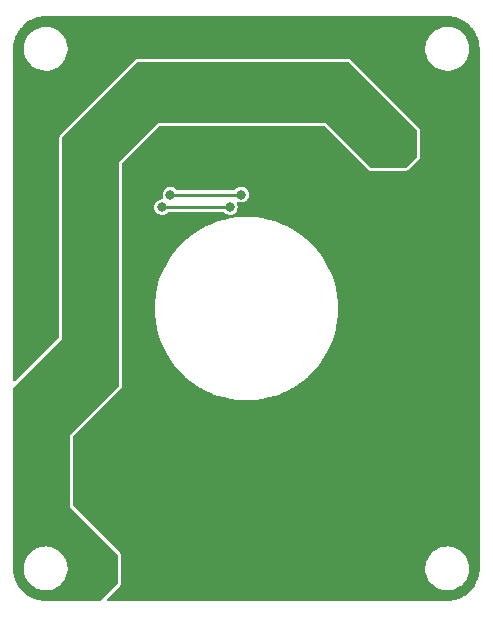
<source format=gbl>
%TF.GenerationSoftware,KiCad,Pcbnew,(5.99.0-11336-g5116fa6d12)*%
%TF.CreationDate,2021-07-16T01:16:28+02:00*%
%TF.ProjectId,WS2811_3W,57533238-3131-45f3-9357-2e6b69636164,rev?*%
%TF.SameCoordinates,Original*%
%TF.FileFunction,Copper,L2,Bot*%
%TF.FilePolarity,Positive*%
%FSLAX46Y46*%
G04 Gerber Fmt 4.6, Leading zero omitted, Abs format (unit mm)*
G04 Created by KiCad (PCBNEW (5.99.0-11336-g5116fa6d12)) date 2021-07-16 01:16:28*
%MOMM*%
%LPD*%
G01*
G04 APERTURE LIST*
%TA.AperFunction,ViaPad*%
%ADD10C,0.800000*%
%TD*%
%TA.AperFunction,Conductor*%
%ADD11C,0.250000*%
%TD*%
G04 APERTURE END LIST*
D10*
%TO.N,GND*%
X79552800Y-96367600D03*
X81584800Y-96367600D03*
X82600800Y-96367600D03*
X83616800Y-96367600D03*
X80568800Y-96367600D03*
X84632800Y-96367600D03*
X80924400Y-104394000D03*
X81940400Y-104394000D03*
X82956400Y-104394000D03*
X79908400Y-104394000D03*
X81940400Y-103479600D03*
X83972400Y-103479600D03*
X82956400Y-103479600D03*
X79908400Y-103479600D03*
X80924400Y-103479600D03*
X78892400Y-103479600D03*
X88341200Y-110794800D03*
X87325200Y-110794800D03*
X86309200Y-110794800D03*
X88341200Y-109931200D03*
X87325200Y-109931200D03*
X86309200Y-109931200D03*
X88341200Y-108915200D03*
X87325200Y-108915200D03*
X86309200Y-108915200D03*
X88341200Y-107899200D03*
X87325200Y-107899200D03*
X86309200Y-107899200D03*
X88341200Y-106883200D03*
X87325200Y-106883200D03*
X86309200Y-106883200D03*
X85039200Y-73761600D03*
X76061800Y-73572600D03*
X83210400Y-73761600D03*
X104089200Y-92557600D03*
X98602800Y-71526400D03*
X99542600Y-105079800D03*
X92176600Y-104825800D03*
X74472800Y-87630000D03*
X98450400Y-77012800D03*
X105562400Y-105968800D03*
X73863200Y-67360800D03*
X101803200Y-96520000D03*
X97739200Y-105867200D03*
X75184000Y-78181200D03*
X111302800Y-85001400D03*
X74472800Y-89458800D03*
X103478801Y-77521599D03*
X74661800Y-80481400D03*
X105307601Y-77521599D03*
%TO.N,VCC*%
X79146400Y-108305600D03*
X78282800Y-107848400D03*
X78282800Y-109931200D03*
X105410000Y-72796400D03*
X79197200Y-109321600D03*
X105867200Y-73761600D03*
X79146400Y-90068400D03*
X78232000Y-89611200D03*
X106426000Y-72796400D03*
X85140800Y-69088000D03*
X86156800Y-69088000D03*
X78232000Y-90576400D03*
X78282800Y-108864400D03*
X79121000Y-107340400D03*
X85648800Y-69951600D03*
X79171800Y-110337600D03*
%TO.N,DIM_R*%
X86207600Y-76860400D03*
X92202000Y-76860400D03*
%TO.N,DIM_G*%
X91236800Y-77927200D03*
X85496400Y-77927200D03*
%TD*%
D11*
%TO.N,DIM_R*%
X86207600Y-76860400D02*
X92202000Y-76860400D01*
%TO.N,DIM_G*%
X91236800Y-77927200D02*
X85496400Y-77927200D01*
%TD*%
%TA.AperFunction,Conductor*%
%TO.N,VCC*%
G36*
X101311131Y-65653602D02*
G01*
X101332105Y-65670505D01*
X107049495Y-71387895D01*
X107083521Y-71450207D01*
X107086400Y-71476990D01*
X107086400Y-73607810D01*
X107066398Y-73675931D01*
X107049495Y-73696905D01*
X106158105Y-74588295D01*
X106095793Y-74622321D01*
X106069010Y-74625200D01*
X103277790Y-74625200D01*
X103209669Y-74605198D01*
X103188695Y-74588295D01*
X99415600Y-70815200D01*
X85140800Y-70815200D01*
X81889600Y-74066400D01*
X81889600Y-92962610D01*
X81869598Y-93030731D01*
X81852695Y-93051705D01*
X77724000Y-97180400D01*
X77724000Y-103327200D01*
X81751095Y-107354295D01*
X81785121Y-107416607D01*
X81788000Y-107443390D01*
X81788000Y-109726610D01*
X81767998Y-109794731D01*
X81751095Y-109815705D01*
X80351705Y-111215095D01*
X80289393Y-111249121D01*
X80262610Y-111252000D01*
X75681425Y-111252000D01*
X75656847Y-111249579D01*
X75644000Y-111247024D01*
X75631830Y-111249444D01*
X75619419Y-111249444D01*
X75619419Y-111249243D01*
X75608531Y-111250008D01*
X75343607Y-111235130D01*
X75329575Y-111233550D01*
X75184752Y-111208943D01*
X75039934Y-111184337D01*
X75026159Y-111181193D01*
X74939400Y-111156198D01*
X74743844Y-111099859D01*
X74730523Y-111095198D01*
X74459088Y-110982766D01*
X74446365Y-110976639D01*
X74189232Y-110834526D01*
X74177269Y-110827009D01*
X73937671Y-110657006D01*
X73926623Y-110648196D01*
X73707561Y-110452430D01*
X73697570Y-110442439D01*
X73620853Y-110356593D01*
X73501803Y-110223376D01*
X73492994Y-110212329D01*
X73322991Y-109972731D01*
X73315474Y-109960768D01*
X73213167Y-109775659D01*
X73173361Y-109703635D01*
X73167232Y-109690908D01*
X73054802Y-109419477D01*
X73050141Y-109406156D01*
X72985439Y-109181572D01*
X72968807Y-109123841D01*
X72965663Y-109110066D01*
X72916451Y-108820430D01*
X72914869Y-108806389D01*
X72911176Y-108740624D01*
X72899992Y-108541469D01*
X72900757Y-108530581D01*
X72900556Y-108530581D01*
X72900556Y-108518170D01*
X72902976Y-108506000D01*
X72900421Y-108493153D01*
X72898000Y-108468575D01*
X72898000Y-108447617D01*
X73786181Y-108447617D01*
X73788475Y-108506001D01*
X73796489Y-108709968D01*
X73843660Y-108968250D01*
X73845069Y-108972473D01*
X73899501Y-109135625D01*
X73926752Y-109217308D01*
X73928744Y-109221295D01*
X73928745Y-109221297D01*
X74029475Y-109422889D01*
X74044108Y-109452175D01*
X74193386Y-109668162D01*
X74196402Y-109671424D01*
X74196407Y-109671431D01*
X74368592Y-109857699D01*
X74368597Y-109857703D01*
X74371608Y-109860961D01*
X74575217Y-110026725D01*
X74579035Y-110029024D01*
X74579037Y-110029025D01*
X74734279Y-110122488D01*
X74800152Y-110162147D01*
X74913118Y-110209982D01*
X75037825Y-110262789D01*
X75037828Y-110262790D01*
X75041923Y-110264524D01*
X75046215Y-110265662D01*
X75046218Y-110265663D01*
X75291411Y-110330675D01*
X75291415Y-110330676D01*
X75295708Y-110331814D01*
X75300117Y-110332336D01*
X75300123Y-110332337D01*
X75426345Y-110347276D01*
X75556442Y-110362674D01*
X75818923Y-110356488D01*
X75823321Y-110355756D01*
X76073523Y-110314111D01*
X76073527Y-110314110D01*
X76077913Y-110313380D01*
X76082154Y-110312039D01*
X76082157Y-110312038D01*
X76324000Y-110235553D01*
X76324002Y-110235552D01*
X76328246Y-110234210D01*
X76332257Y-110232284D01*
X76332262Y-110232282D01*
X76560908Y-110122488D01*
X76560909Y-110122487D01*
X76564927Y-110120558D01*
X76709569Y-110023911D01*
X76779524Y-109977169D01*
X76779528Y-109977166D01*
X76783232Y-109974691D01*
X76978807Y-109799519D01*
X77147749Y-109598539D01*
X77183611Y-109541036D01*
X77284327Y-109379544D01*
X77284330Y-109379538D01*
X77286687Y-109375759D01*
X77392849Y-109135625D01*
X77464117Y-108882929D01*
X77473449Y-108813454D01*
X77498641Y-108625894D01*
X77498642Y-108625886D01*
X77499068Y-108622712D01*
X77499169Y-108619501D01*
X77502635Y-108509223D01*
X77502635Y-108509218D01*
X77502736Y-108506001D01*
X77498918Y-108452069D01*
X77484508Y-108248552D01*
X77484193Y-108244103D01*
X77428932Y-107987430D01*
X77396383Y-107899200D01*
X77339599Y-107745281D01*
X77338058Y-107741104D01*
X77213383Y-107510040D01*
X77057394Y-107298849D01*
X76873204Y-107111743D01*
X76869665Y-107109042D01*
X76869658Y-107109036D01*
X76668033Y-106955161D01*
X76668029Y-106955158D01*
X76664488Y-106952456D01*
X76435411Y-106824166D01*
X76431262Y-106822561D01*
X76431258Y-106822559D01*
X76283629Y-106765446D01*
X76190543Y-106729434D01*
X76186218Y-106728431D01*
X76186213Y-106728430D01*
X76045875Y-106695902D01*
X75934770Y-106670149D01*
X75673196Y-106647494D01*
X75668761Y-106647738D01*
X75668757Y-106647738D01*
X75415482Y-106661677D01*
X75415475Y-106661678D01*
X75411039Y-106661922D01*
X75233360Y-106697264D01*
X75157893Y-106712275D01*
X75157891Y-106712276D01*
X75153530Y-106713143D01*
X74905807Y-106800137D01*
X74672813Y-106921168D01*
X74669198Y-106923751D01*
X74669192Y-106923755D01*
X74462818Y-107071232D01*
X74462814Y-107071235D01*
X74459197Y-107073820D01*
X74269221Y-107255048D01*
X74162133Y-107390889D01*
X74120745Y-107443390D01*
X74106676Y-107461236D01*
X74076048Y-107513966D01*
X73977042Y-107684416D01*
X73977039Y-107684422D01*
X73974804Y-107688270D01*
X73876237Y-107931620D01*
X73812942Y-108186430D01*
X73786181Y-108447617D01*
X72898000Y-108447617D01*
X72898000Y-93270190D01*
X72918002Y-93202069D01*
X72934905Y-93181095D01*
X77012800Y-89103200D01*
X77012800Y-72086590D01*
X77032802Y-72018469D01*
X77049705Y-71997495D01*
X83376695Y-65670505D01*
X83439007Y-65636479D01*
X83465790Y-65633600D01*
X101243010Y-65633600D01*
X101311131Y-65653602D01*
G37*
%TD.AperFunction*%
%TD*%
%TA.AperFunction,Conductor*%
%TO.N,GND*%
G36*
X109631152Y-61762422D02*
G01*
X109643999Y-61764977D01*
X109656169Y-61762557D01*
X109668580Y-61762557D01*
X109668580Y-61762758D01*
X109679468Y-61761993D01*
X109944392Y-61776871D01*
X109958424Y-61778451D01*
X110103247Y-61803058D01*
X110248065Y-61827664D01*
X110261840Y-61830808D01*
X110348599Y-61855803D01*
X110544155Y-61912142D01*
X110557476Y-61916803D01*
X110828911Y-62029235D01*
X110841634Y-62035362D01*
X110930522Y-62084489D01*
X111098767Y-62177475D01*
X111110730Y-62184992D01*
X111350328Y-62354995D01*
X111361376Y-62363805D01*
X111580438Y-62559571D01*
X111590428Y-62569561D01*
X111733300Y-62729434D01*
X111786195Y-62788624D01*
X111795005Y-62799672D01*
X111965008Y-63039270D01*
X111972525Y-63051233D01*
X111986706Y-63076892D01*
X112111359Y-63302432D01*
X112114636Y-63308362D01*
X112120765Y-63321089D01*
X112233197Y-63592524D01*
X112237858Y-63605845D01*
X112261605Y-63688270D01*
X112319192Y-63888160D01*
X112322336Y-63901935D01*
X112371548Y-64191571D01*
X112373129Y-64205608D01*
X112375292Y-64244103D01*
X112388007Y-64470529D01*
X112387242Y-64481420D01*
X112387443Y-64481420D01*
X112387443Y-64493831D01*
X112385023Y-64506001D01*
X112387578Y-64518845D01*
X112389999Y-64543426D01*
X112389999Y-108468575D01*
X112387578Y-108493153D01*
X112385023Y-108506000D01*
X112387443Y-108518170D01*
X112387443Y-108530581D01*
X112387242Y-108530581D01*
X112388007Y-108541469D01*
X112376823Y-108740624D01*
X112373130Y-108806389D01*
X112371548Y-108820430D01*
X112322336Y-109110066D01*
X112319192Y-109123841D01*
X112302560Y-109181572D01*
X112237858Y-109406156D01*
X112233197Y-109419477D01*
X112120767Y-109690908D01*
X112114638Y-109703635D01*
X112074832Y-109775659D01*
X111972525Y-109960768D01*
X111965008Y-109972731D01*
X111795005Y-110212329D01*
X111786196Y-110223376D01*
X111667146Y-110356593D01*
X111590429Y-110442439D01*
X111580438Y-110452430D01*
X111361376Y-110648196D01*
X111350328Y-110657006D01*
X111110730Y-110827009D01*
X111098767Y-110834526D01*
X110841634Y-110976639D01*
X110828911Y-110982766D01*
X110557476Y-111095198D01*
X110544155Y-111099859D01*
X110348599Y-111156198D01*
X110261840Y-111181193D01*
X110248065Y-111184337D01*
X110103247Y-111208943D01*
X109958424Y-111233550D01*
X109944392Y-111235130D01*
X109679468Y-111250008D01*
X109668580Y-111249243D01*
X109668580Y-111249444D01*
X109656169Y-111249444D01*
X109643999Y-111247024D01*
X109631152Y-111249579D01*
X109606574Y-111252000D01*
X80978200Y-111252000D01*
X80910079Y-111231998D01*
X80863586Y-111178342D01*
X80853482Y-111108068D01*
X80882976Y-111043488D01*
X80889105Y-111036905D01*
X81930700Y-109995310D01*
X81948865Y-109975088D01*
X81965768Y-109954114D01*
X82011709Y-109866291D01*
X82031711Y-109798170D01*
X82042000Y-109726610D01*
X82042000Y-108447617D01*
X107786179Y-108447617D01*
X107788473Y-108506001D01*
X107796487Y-108709968D01*
X107843658Y-108968250D01*
X107845067Y-108972473D01*
X107899499Y-109135625D01*
X107926750Y-109217308D01*
X107928742Y-109221295D01*
X107928743Y-109221297D01*
X108027772Y-109419485D01*
X108044106Y-109452175D01*
X108193384Y-109668162D01*
X108196400Y-109671424D01*
X108196405Y-109671431D01*
X108368590Y-109857699D01*
X108368595Y-109857703D01*
X108371606Y-109860961D01*
X108575215Y-110026725D01*
X108579033Y-110029024D01*
X108579035Y-110029025D01*
X108734277Y-110122488D01*
X108800150Y-110162147D01*
X108913116Y-110209982D01*
X109037823Y-110262789D01*
X109037826Y-110262790D01*
X109041921Y-110264524D01*
X109046213Y-110265662D01*
X109046216Y-110265663D01*
X109291409Y-110330675D01*
X109291413Y-110330676D01*
X109295706Y-110331814D01*
X109300115Y-110332336D01*
X109300121Y-110332337D01*
X109445210Y-110349509D01*
X109556440Y-110362674D01*
X109818921Y-110356488D01*
X109823319Y-110355756D01*
X110073521Y-110314111D01*
X110073525Y-110314110D01*
X110077911Y-110313380D01*
X110082152Y-110312039D01*
X110082155Y-110312038D01*
X110323998Y-110235553D01*
X110324000Y-110235552D01*
X110328244Y-110234210D01*
X110332255Y-110232284D01*
X110332260Y-110232282D01*
X110560906Y-110122488D01*
X110560907Y-110122487D01*
X110564925Y-110120558D01*
X110754262Y-109994047D01*
X110779522Y-109977169D01*
X110779526Y-109977166D01*
X110783230Y-109974691D01*
X110978805Y-109799519D01*
X111147747Y-109598539D01*
X111241510Y-109448195D01*
X111284325Y-109379544D01*
X111284328Y-109379538D01*
X111286685Y-109375759D01*
X111392847Y-109135625D01*
X111464115Y-108882929D01*
X111473447Y-108813454D01*
X111498639Y-108625894D01*
X111498640Y-108625886D01*
X111499066Y-108622712D01*
X111501619Y-108541472D01*
X111502633Y-108509223D01*
X111502633Y-108509218D01*
X111502734Y-108506001D01*
X111498916Y-108452069D01*
X111484506Y-108248552D01*
X111484191Y-108244103D01*
X111428930Y-107987430D01*
X111338056Y-107741104D01*
X111213381Y-107510040D01*
X111057392Y-107298849D01*
X110873202Y-107111743D01*
X110869663Y-107109042D01*
X110869656Y-107109036D01*
X110668031Y-106955161D01*
X110668027Y-106955158D01*
X110664486Y-106952456D01*
X110435409Y-106824166D01*
X110431260Y-106822561D01*
X110431256Y-106822559D01*
X110283627Y-106765446D01*
X110190541Y-106729434D01*
X110186216Y-106728431D01*
X110186211Y-106728430D01*
X110045873Y-106695902D01*
X109934768Y-106670149D01*
X109673194Y-106647494D01*
X109668759Y-106647738D01*
X109668755Y-106647738D01*
X109415480Y-106661677D01*
X109415473Y-106661678D01*
X109411037Y-106661922D01*
X109233358Y-106697264D01*
X109157891Y-106712275D01*
X109157889Y-106712276D01*
X109153528Y-106713143D01*
X108905805Y-106800137D01*
X108672811Y-106921168D01*
X108669196Y-106923751D01*
X108669190Y-106923755D01*
X108462816Y-107071232D01*
X108462812Y-107071235D01*
X108459195Y-107073820D01*
X108269219Y-107255048D01*
X108158401Y-107395620D01*
X108120743Y-107443390D01*
X108106674Y-107461236D01*
X108076046Y-107513966D01*
X107977040Y-107684416D01*
X107977037Y-107684422D01*
X107974802Y-107688270D01*
X107876235Y-107931620D01*
X107812940Y-108186430D01*
X107786179Y-108447617D01*
X82042000Y-108447617D01*
X82042000Y-107443390D01*
X82040545Y-107416243D01*
X82037666Y-107389460D01*
X82008050Y-107294875D01*
X81974024Y-107232563D01*
X81969735Y-107226834D01*
X81933397Y-107178292D01*
X81933393Y-107178288D01*
X81930700Y-107174690D01*
X78014905Y-103258895D01*
X77980879Y-103196583D01*
X77978000Y-103169800D01*
X77978000Y-97337800D01*
X77998002Y-97269679D01*
X78014905Y-97248705D01*
X82032300Y-93231310D01*
X82037570Y-93225444D01*
X82049323Y-93212359D01*
X82050465Y-93211088D01*
X82067368Y-93190114D01*
X82113309Y-93102291D01*
X82133311Y-93034170D01*
X82143600Y-92962610D01*
X82143600Y-86506001D01*
X84885055Y-86506001D01*
X84886823Y-86556621D01*
X84903955Y-87047238D01*
X84960565Y-87585837D01*
X85054607Y-88119176D01*
X85185623Y-88644656D01*
X85186305Y-88646755D01*
X85186307Y-88646762D01*
X85331186Y-89092650D01*
X85352977Y-89159716D01*
X85353802Y-89161757D01*
X85353806Y-89161769D01*
X85555023Y-89659800D01*
X85555029Y-89659813D01*
X85555851Y-89661848D01*
X85556815Y-89663824D01*
X85556817Y-89663829D01*
X85736552Y-90032340D01*
X85793258Y-90148605D01*
X86064041Y-90617615D01*
X86366881Y-91066594D01*
X86368243Y-91068338D01*
X86368245Y-91068340D01*
X86533592Y-91279974D01*
X86700303Y-91493354D01*
X86701770Y-91494983D01*
X86701779Y-91494994D01*
X86769402Y-91570096D01*
X87062682Y-91895816D01*
X87452252Y-92272020D01*
X87453932Y-92273430D01*
X87453939Y-92273436D01*
X87544775Y-92349656D01*
X87867116Y-92620132D01*
X87868899Y-92621428D01*
X87868910Y-92621436D01*
X88255293Y-92902159D01*
X88305253Y-92938457D01*
X88510571Y-93066754D01*
X88743587Y-93212359D01*
X88764527Y-93225444D01*
X89242702Y-93479694D01*
X89244720Y-93480592D01*
X89244719Y-93480592D01*
X89722116Y-93693143D01*
X89737447Y-93699969D01*
X90246353Y-93885195D01*
X90248477Y-93885804D01*
X90248483Y-93885806D01*
X90764817Y-94033862D01*
X90766941Y-94034471D01*
X91296673Y-94147069D01*
X91832969Y-94222441D01*
X91835157Y-94222594D01*
X92371026Y-94260065D01*
X92371030Y-94260065D01*
X92373216Y-94260218D01*
X92914782Y-94260218D01*
X92916968Y-94260065D01*
X92916972Y-94260065D01*
X93452841Y-94222594D01*
X93455029Y-94222441D01*
X93991325Y-94147069D01*
X94521057Y-94034471D01*
X94523181Y-94033862D01*
X95039515Y-93885806D01*
X95039521Y-93885804D01*
X95041645Y-93885195D01*
X95550551Y-93699969D01*
X95565883Y-93693143D01*
X96043279Y-93480592D01*
X96043278Y-93480592D01*
X96045296Y-93479694D01*
X96523471Y-93225444D01*
X96544412Y-93212359D01*
X96777427Y-93066754D01*
X96982745Y-92938457D01*
X97032705Y-92902159D01*
X97419088Y-92621436D01*
X97419099Y-92621428D01*
X97420882Y-92620132D01*
X97743223Y-92349656D01*
X97834059Y-92273436D01*
X97834066Y-92273430D01*
X97835746Y-92272020D01*
X98225316Y-91895816D01*
X98518596Y-91570096D01*
X98586219Y-91494994D01*
X98586228Y-91494983D01*
X98587695Y-91493354D01*
X98754406Y-91279974D01*
X98919753Y-91068340D01*
X98919755Y-91068338D01*
X98921117Y-91066594D01*
X99223957Y-90617615D01*
X99494740Y-90148605D01*
X99551447Y-90032340D01*
X99731181Y-89663829D01*
X99731183Y-89663824D01*
X99732147Y-89661848D01*
X99732969Y-89659813D01*
X99732975Y-89659800D01*
X99934192Y-89161769D01*
X99934196Y-89161757D01*
X99935021Y-89159716D01*
X99956813Y-89092650D01*
X100101691Y-88646762D01*
X100101693Y-88646755D01*
X100102375Y-88644656D01*
X100233391Y-88119176D01*
X100327433Y-87585837D01*
X100384043Y-87047238D01*
X100402943Y-86506001D01*
X100384043Y-85964764D01*
X100327433Y-85426165D01*
X100280412Y-85159496D01*
X100233773Y-84894991D01*
X100233772Y-84894984D01*
X100233391Y-84892826D01*
X100102375Y-84367346D01*
X99935021Y-83852286D01*
X99787686Y-83487617D01*
X99732975Y-83352202D01*
X99732969Y-83352189D01*
X99732147Y-83350154D01*
X99731181Y-83348173D01*
X99495710Y-82865385D01*
X99495705Y-82865376D01*
X99494740Y-82863397D01*
X99223957Y-82394387D01*
X99088146Y-82193038D01*
X98922352Y-81947239D01*
X98921117Y-81945408D01*
X98587695Y-81518648D01*
X98586228Y-81517019D01*
X98586219Y-81517008D01*
X98418062Y-81330252D01*
X98225316Y-81116186D01*
X97835746Y-80739982D01*
X97834066Y-80738572D01*
X97834059Y-80738566D01*
X97697751Y-80624191D01*
X97420882Y-80391870D01*
X97419099Y-80390574D01*
X97419088Y-80390566D01*
X96984533Y-80074844D01*
X96984532Y-80074843D01*
X96982745Y-80073545D01*
X96523471Y-79786558D01*
X96045296Y-79532308D01*
X95550551Y-79312033D01*
X95041645Y-79126807D01*
X95039521Y-79126198D01*
X95039515Y-79126196D01*
X94523181Y-78978140D01*
X94523180Y-78978140D01*
X94521057Y-78977531D01*
X93991325Y-78864933D01*
X93455029Y-78789561D01*
X93452841Y-78789408D01*
X92916972Y-78751937D01*
X92916968Y-78751937D01*
X92914782Y-78751784D01*
X92373216Y-78751784D01*
X92371030Y-78751937D01*
X92371026Y-78751937D01*
X91835157Y-78789408D01*
X91832969Y-78789561D01*
X91296673Y-78864933D01*
X90766941Y-78977531D01*
X90764818Y-78978140D01*
X90764817Y-78978140D01*
X90248483Y-79126196D01*
X90248477Y-79126198D01*
X90246353Y-79126807D01*
X89737447Y-79312033D01*
X89242702Y-79532308D01*
X88764527Y-79786558D01*
X88305253Y-80073545D01*
X88303466Y-80074843D01*
X88303465Y-80074844D01*
X87868910Y-80390566D01*
X87868899Y-80390574D01*
X87867116Y-80391870D01*
X87590247Y-80624191D01*
X87453939Y-80738566D01*
X87453932Y-80738572D01*
X87452252Y-80739982D01*
X87062682Y-81116186D01*
X86869936Y-81330252D01*
X86701779Y-81517008D01*
X86701770Y-81517019D01*
X86700303Y-81518648D01*
X86366881Y-81945408D01*
X86365646Y-81947239D01*
X86199853Y-82193038D01*
X86064041Y-82394387D01*
X85793258Y-82863397D01*
X85792293Y-82865376D01*
X85792288Y-82865385D01*
X85556817Y-83348173D01*
X85555851Y-83350154D01*
X85555029Y-83352189D01*
X85555023Y-83352202D01*
X85500312Y-83487617D01*
X85352977Y-83852286D01*
X85185623Y-84367346D01*
X85054607Y-84892826D01*
X85054226Y-84894984D01*
X85054225Y-84894991D01*
X85007586Y-85159496D01*
X84960565Y-85426165D01*
X84903955Y-85964764D01*
X84885055Y-86506001D01*
X82143600Y-86506001D01*
X82143600Y-77920296D01*
X84837129Y-77920296D01*
X84854513Y-78077753D01*
X84908953Y-78226519D01*
X84997308Y-78358005D01*
X85002925Y-78363116D01*
X85002928Y-78363119D01*
X85014303Y-78373469D01*
X85114476Y-78464619D01*
X85253693Y-78540208D01*
X85406922Y-78580407D01*
X85490877Y-78581726D01*
X85557719Y-78582776D01*
X85557722Y-78582776D01*
X85565316Y-78582895D01*
X85719732Y-78547529D01*
X85790142Y-78512117D01*
X85854472Y-78479763D01*
X85854475Y-78479761D01*
X85861255Y-78476351D01*
X85867026Y-78471422D01*
X85867029Y-78471420D01*
X85975942Y-78378399D01*
X85975943Y-78378398D01*
X85981714Y-78373469D01*
X85991986Y-78359174D01*
X86047981Y-78315526D01*
X86094309Y-78306700D01*
X90636941Y-78306700D01*
X90705062Y-78326702D01*
X90732322Y-78350369D01*
X90733471Y-78351700D01*
X90737708Y-78358005D01*
X90854876Y-78464619D01*
X90994093Y-78540208D01*
X91147322Y-78580407D01*
X91231277Y-78581726D01*
X91298119Y-78582776D01*
X91298122Y-78582776D01*
X91305716Y-78582895D01*
X91460132Y-78547529D01*
X91530542Y-78512117D01*
X91594872Y-78479763D01*
X91594875Y-78479761D01*
X91601655Y-78476351D01*
X91607426Y-78471422D01*
X91607429Y-78471420D01*
X91716336Y-78378404D01*
X91716336Y-78378403D01*
X91722114Y-78373469D01*
X91814555Y-78244824D01*
X91873642Y-78097841D01*
X91895962Y-77941007D01*
X91896107Y-77927200D01*
X91877076Y-77769933D01*
X91829942Y-77645197D01*
X91824574Y-77574404D01*
X91858332Y-77511946D01*
X91920497Y-77477654D01*
X91979781Y-77478783D01*
X92112522Y-77513607D01*
X92196477Y-77514926D01*
X92263319Y-77515976D01*
X92263322Y-77515976D01*
X92270916Y-77516095D01*
X92425332Y-77480729D01*
X92495742Y-77445317D01*
X92560072Y-77412963D01*
X92560075Y-77412961D01*
X92566855Y-77409551D01*
X92572626Y-77404622D01*
X92572629Y-77404620D01*
X92681536Y-77311604D01*
X92681536Y-77311603D01*
X92687314Y-77306669D01*
X92779755Y-77178024D01*
X92838842Y-77031041D01*
X92861162Y-76874207D01*
X92861307Y-76860400D01*
X92842276Y-76703133D01*
X92786280Y-76554946D01*
X92735390Y-76480900D01*
X92700855Y-76430651D01*
X92700854Y-76430649D01*
X92696553Y-76424392D01*
X92578275Y-76319011D01*
X92570889Y-76315100D01*
X92444988Y-76248439D01*
X92444989Y-76248439D01*
X92438274Y-76244884D01*
X92284633Y-76206292D01*
X92277034Y-76206252D01*
X92277033Y-76206252D01*
X92211181Y-76205907D01*
X92126221Y-76205462D01*
X92118841Y-76207234D01*
X92118839Y-76207234D01*
X91979563Y-76240671D01*
X91979560Y-76240672D01*
X91972184Y-76242443D01*
X91831414Y-76315100D01*
X91712039Y-76419238D01*
X91707672Y-76425451D01*
X91707667Y-76425457D01*
X91706336Y-76427351D01*
X91705013Y-76428405D01*
X91702589Y-76431097D01*
X91702140Y-76430693D01*
X91650802Y-76471583D01*
X91603250Y-76480900D01*
X86807282Y-76480900D01*
X86739161Y-76460898D01*
X86712714Y-76435260D01*
X86711478Y-76436349D01*
X86706455Y-76430651D01*
X86702153Y-76424392D01*
X86583875Y-76319011D01*
X86576489Y-76315100D01*
X86450588Y-76248439D01*
X86450589Y-76248439D01*
X86443874Y-76244884D01*
X86290233Y-76206292D01*
X86282634Y-76206252D01*
X86282633Y-76206252D01*
X86216781Y-76205907D01*
X86131821Y-76205462D01*
X86124441Y-76207234D01*
X86124439Y-76207234D01*
X85985163Y-76240671D01*
X85985160Y-76240672D01*
X85977784Y-76242443D01*
X85837014Y-76315100D01*
X85717639Y-76419238D01*
X85626550Y-76548844D01*
X85569006Y-76696437D01*
X85548329Y-76853496D01*
X85565713Y-77010953D01*
X85568323Y-77018086D01*
X85568324Y-77018089D01*
X85599498Y-77103278D01*
X85604124Y-77174124D01*
X85569714Y-77236224D01*
X85507192Y-77269862D01*
X85480513Y-77272576D01*
X85420621Y-77272262D01*
X85413241Y-77274034D01*
X85413239Y-77274034D01*
X85273963Y-77307471D01*
X85273960Y-77307472D01*
X85266584Y-77309243D01*
X85125814Y-77381900D01*
X85006439Y-77486038D01*
X84915350Y-77615644D01*
X84857806Y-77763237D01*
X84837129Y-77920296D01*
X82143600Y-77920296D01*
X82143600Y-74223800D01*
X82163602Y-74155679D01*
X82180505Y-74134705D01*
X85209105Y-71106105D01*
X85271417Y-71072079D01*
X85298200Y-71069200D01*
X99258200Y-71069200D01*
X99326321Y-71089202D01*
X99347295Y-71106105D01*
X103009090Y-74767900D01*
X103010343Y-74769026D01*
X103010353Y-74769035D01*
X103012092Y-74770597D01*
X103029312Y-74786065D01*
X103050286Y-74802968D01*
X103138109Y-74848909D01*
X103144047Y-74850652D01*
X103144048Y-74850653D01*
X103161878Y-74855888D01*
X103206230Y-74868911D01*
X103210689Y-74869552D01*
X103210693Y-74869553D01*
X103234766Y-74873014D01*
X103277790Y-74879200D01*
X106069010Y-74879200D01*
X106096157Y-74877745D01*
X106097828Y-74877565D01*
X106097845Y-74877564D01*
X106111799Y-74876064D01*
X106122940Y-74874866D01*
X106217525Y-74845250D01*
X106222957Y-74842284D01*
X106222959Y-74842283D01*
X106275889Y-74813380D01*
X106275891Y-74813379D01*
X106279837Y-74811224D01*
X106313445Y-74786065D01*
X106334108Y-74770597D01*
X106334112Y-74770593D01*
X106337710Y-74767900D01*
X107229100Y-73876510D01*
X107247265Y-73856288D01*
X107264168Y-73835314D01*
X107310109Y-73747491D01*
X107330111Y-73679370D01*
X107340400Y-73607810D01*
X107340400Y-71476990D01*
X107338945Y-71449843D01*
X107336066Y-71423060D01*
X107306450Y-71328475D01*
X107272424Y-71266163D01*
X107268135Y-71260434D01*
X107231797Y-71211892D01*
X107231793Y-71211888D01*
X107229100Y-71208290D01*
X101511710Y-65490900D01*
X101510457Y-65489774D01*
X101510447Y-65489765D01*
X101492759Y-65473877D01*
X101491488Y-65472735D01*
X101470514Y-65455832D01*
X101382691Y-65409891D01*
X101376753Y-65408148D01*
X101376752Y-65408147D01*
X101358922Y-65402912D01*
X101314570Y-65389889D01*
X101310111Y-65389248D01*
X101310107Y-65389247D01*
X101273153Y-65383934D01*
X101243010Y-65379600D01*
X83465790Y-65379600D01*
X83438643Y-65381055D01*
X83436972Y-65381235D01*
X83436955Y-65381236D01*
X83423001Y-65382736D01*
X83411860Y-65383934D01*
X83317275Y-65413550D01*
X83311843Y-65416516D01*
X83311841Y-65416517D01*
X83258911Y-65445420D01*
X83254963Y-65447576D01*
X83251363Y-65450271D01*
X83200692Y-65488203D01*
X83200688Y-65488207D01*
X83197090Y-65490900D01*
X76870100Y-71817890D01*
X76851935Y-71838112D01*
X76835032Y-71859086D01*
X76789091Y-71946909D01*
X76769089Y-72015030D01*
X76758800Y-72086590D01*
X76758800Y-88945800D01*
X76738798Y-89013921D01*
X76721895Y-89034895D01*
X73113095Y-92643695D01*
X73050783Y-92677721D01*
X72979968Y-92672656D01*
X72923132Y-92630109D01*
X72898321Y-92563589D01*
X72898000Y-92554600D01*
X72898000Y-64543426D01*
X72900421Y-64518845D01*
X72902976Y-64506001D01*
X72900556Y-64493831D01*
X72900556Y-64481420D01*
X72900757Y-64481420D01*
X72899992Y-64470529D01*
X72901279Y-64447617D01*
X73786181Y-64447617D01*
X73788475Y-64506001D01*
X73796489Y-64709968D01*
X73843660Y-64968250D01*
X73845069Y-64972473D01*
X73899501Y-65135625D01*
X73926752Y-65217308D01*
X73928744Y-65221295D01*
X73928745Y-65221297D01*
X74040733Y-65445420D01*
X74044108Y-65452175D01*
X74193386Y-65668162D01*
X74196402Y-65671424D01*
X74196407Y-65671431D01*
X74368592Y-65857699D01*
X74368597Y-65857703D01*
X74371608Y-65860961D01*
X74575217Y-66026725D01*
X74579035Y-66029024D01*
X74579037Y-66029025D01*
X74734279Y-66122488D01*
X74800152Y-66162147D01*
X74913118Y-66209982D01*
X75037825Y-66262789D01*
X75037828Y-66262790D01*
X75041923Y-66264524D01*
X75046215Y-66265662D01*
X75046218Y-66265663D01*
X75291411Y-66330675D01*
X75291415Y-66330676D01*
X75295708Y-66331814D01*
X75300117Y-66332336D01*
X75300123Y-66332337D01*
X75445212Y-66349509D01*
X75556442Y-66362674D01*
X75818923Y-66356488D01*
X75823321Y-66355756D01*
X76073523Y-66314111D01*
X76073527Y-66314110D01*
X76077913Y-66313380D01*
X76082154Y-66312039D01*
X76082157Y-66312038D01*
X76324000Y-66235553D01*
X76324002Y-66235552D01*
X76328246Y-66234210D01*
X76332257Y-66232284D01*
X76332262Y-66232282D01*
X76560908Y-66122488D01*
X76560909Y-66122487D01*
X76564927Y-66120558D01*
X76709569Y-66023911D01*
X76779524Y-65977169D01*
X76779528Y-65977166D01*
X76783232Y-65974691D01*
X76978807Y-65799519D01*
X77147749Y-65598539D01*
X77216561Y-65488203D01*
X77284327Y-65379544D01*
X77284330Y-65379538D01*
X77286687Y-65375759D01*
X77392849Y-65135625D01*
X77464117Y-64882929D01*
X77499068Y-64622712D01*
X77501950Y-64531018D01*
X77502635Y-64509223D01*
X77502635Y-64509218D01*
X77502736Y-64506001D01*
X77500225Y-64470529D01*
X77498603Y-64447617D01*
X107786179Y-64447617D01*
X107788473Y-64506001D01*
X107796487Y-64709968D01*
X107843658Y-64968250D01*
X107845067Y-64972473D01*
X107899499Y-65135625D01*
X107926750Y-65217308D01*
X107928742Y-65221295D01*
X107928743Y-65221297D01*
X108040731Y-65445420D01*
X108044106Y-65452175D01*
X108193384Y-65668162D01*
X108196400Y-65671424D01*
X108196405Y-65671431D01*
X108368590Y-65857699D01*
X108368595Y-65857703D01*
X108371606Y-65860961D01*
X108575215Y-66026725D01*
X108579033Y-66029024D01*
X108579035Y-66029025D01*
X108734277Y-66122488D01*
X108800150Y-66162147D01*
X108913116Y-66209982D01*
X109037823Y-66262789D01*
X109037826Y-66262790D01*
X109041921Y-66264524D01*
X109046213Y-66265662D01*
X109046216Y-66265663D01*
X109291409Y-66330675D01*
X109291413Y-66330676D01*
X109295706Y-66331814D01*
X109300115Y-66332336D01*
X109300121Y-66332337D01*
X109445210Y-66349509D01*
X109556440Y-66362674D01*
X109818921Y-66356488D01*
X109823319Y-66355756D01*
X110073521Y-66314111D01*
X110073525Y-66314110D01*
X110077911Y-66313380D01*
X110082152Y-66312039D01*
X110082155Y-66312038D01*
X110323998Y-66235553D01*
X110324000Y-66235552D01*
X110328244Y-66234210D01*
X110332255Y-66232284D01*
X110332260Y-66232282D01*
X110560906Y-66122488D01*
X110560907Y-66122487D01*
X110564925Y-66120558D01*
X110709567Y-66023911D01*
X110779522Y-65977169D01*
X110779526Y-65977166D01*
X110783230Y-65974691D01*
X110978805Y-65799519D01*
X111147747Y-65598539D01*
X111216559Y-65488203D01*
X111284325Y-65379544D01*
X111284328Y-65379538D01*
X111286685Y-65375759D01*
X111392847Y-65135625D01*
X111464115Y-64882929D01*
X111499066Y-64622712D01*
X111501948Y-64531018D01*
X111502633Y-64509223D01*
X111502633Y-64509218D01*
X111502734Y-64506001D01*
X111500223Y-64470529D01*
X111484506Y-64248552D01*
X111484191Y-64244103D01*
X111467247Y-64165399D01*
X111429867Y-63991782D01*
X111428930Y-63987430D01*
X111397390Y-63901935D01*
X111339597Y-63745281D01*
X111338056Y-63741104D01*
X111213381Y-63510040D01*
X111057392Y-63298849D01*
X110873202Y-63111743D01*
X110869663Y-63109042D01*
X110869656Y-63109036D01*
X110668031Y-62955161D01*
X110668027Y-62955158D01*
X110664486Y-62952456D01*
X110435409Y-62824166D01*
X110431260Y-62822561D01*
X110431256Y-62822559D01*
X110283627Y-62765446D01*
X110190541Y-62729434D01*
X110186216Y-62728431D01*
X110186211Y-62728430D01*
X110045873Y-62695902D01*
X109934768Y-62670149D01*
X109673194Y-62647494D01*
X109668759Y-62647738D01*
X109668755Y-62647738D01*
X109415480Y-62661677D01*
X109415473Y-62661678D01*
X109411037Y-62661922D01*
X109233358Y-62697264D01*
X109157891Y-62712275D01*
X109157889Y-62712276D01*
X109153528Y-62713143D01*
X108905805Y-62800137D01*
X108672811Y-62921168D01*
X108669196Y-62923751D01*
X108669190Y-62923755D01*
X108462816Y-63071232D01*
X108462812Y-63071235D01*
X108459195Y-63073820D01*
X108269219Y-63255048D01*
X108106674Y-63461236D01*
X108076046Y-63513966D01*
X107977040Y-63684416D01*
X107977037Y-63684422D01*
X107974802Y-63688270D01*
X107876235Y-63931620D01*
X107812940Y-64186430D01*
X107786179Y-64447617D01*
X77498603Y-64447617D01*
X77484508Y-64248552D01*
X77484193Y-64244103D01*
X77467249Y-64165399D01*
X77429869Y-63991782D01*
X77428932Y-63987430D01*
X77397392Y-63901935D01*
X77339599Y-63745281D01*
X77338058Y-63741104D01*
X77213383Y-63510040D01*
X77057394Y-63298849D01*
X76873204Y-63111743D01*
X76869665Y-63109042D01*
X76869658Y-63109036D01*
X76668033Y-62955161D01*
X76668029Y-62955158D01*
X76664488Y-62952456D01*
X76435411Y-62824166D01*
X76431262Y-62822561D01*
X76431258Y-62822559D01*
X76283629Y-62765446D01*
X76190543Y-62729434D01*
X76186218Y-62728431D01*
X76186213Y-62728430D01*
X76045875Y-62695902D01*
X75934770Y-62670149D01*
X75673196Y-62647494D01*
X75668761Y-62647738D01*
X75668757Y-62647738D01*
X75415482Y-62661677D01*
X75415475Y-62661678D01*
X75411039Y-62661922D01*
X75233360Y-62697264D01*
X75157893Y-62712275D01*
X75157891Y-62712276D01*
X75153530Y-62713143D01*
X74905807Y-62800137D01*
X74672813Y-62921168D01*
X74669198Y-62923751D01*
X74669192Y-62923755D01*
X74462818Y-63071232D01*
X74462814Y-63071235D01*
X74459197Y-63073820D01*
X74269221Y-63255048D01*
X74106676Y-63461236D01*
X74076048Y-63513966D01*
X73977042Y-63684416D01*
X73977039Y-63684422D01*
X73974804Y-63688270D01*
X73876237Y-63931620D01*
X73812942Y-64186430D01*
X73786181Y-64447617D01*
X72901279Y-64447617D01*
X72912708Y-64244103D01*
X72914870Y-64205608D01*
X72916451Y-64191571D01*
X72965663Y-63901935D01*
X72968807Y-63888160D01*
X73026394Y-63688270D01*
X73050141Y-63605845D01*
X73054802Y-63592524D01*
X73167234Y-63321089D01*
X73173363Y-63308362D01*
X73176641Y-63302432D01*
X73301293Y-63076892D01*
X73315474Y-63051233D01*
X73322991Y-63039270D01*
X73492994Y-62799672D01*
X73501804Y-62788624D01*
X73554700Y-62729434D01*
X73697571Y-62569561D01*
X73707561Y-62559571D01*
X73926623Y-62363805D01*
X73937671Y-62354995D01*
X74177269Y-62184992D01*
X74189232Y-62177475D01*
X74357477Y-62084489D01*
X74446365Y-62035362D01*
X74459088Y-62029235D01*
X74730523Y-61916803D01*
X74743844Y-61912142D01*
X74939400Y-61855803D01*
X75026159Y-61830808D01*
X75039934Y-61827664D01*
X75184752Y-61803058D01*
X75329575Y-61778451D01*
X75343607Y-61776871D01*
X75608531Y-61761993D01*
X75619419Y-61762758D01*
X75619419Y-61762557D01*
X75631830Y-61762557D01*
X75644000Y-61764977D01*
X75656847Y-61762422D01*
X75681425Y-61760001D01*
X109606574Y-61760001D01*
X109631152Y-61762422D01*
G37*
%TD.AperFunction*%
%TD*%
M02*

</source>
